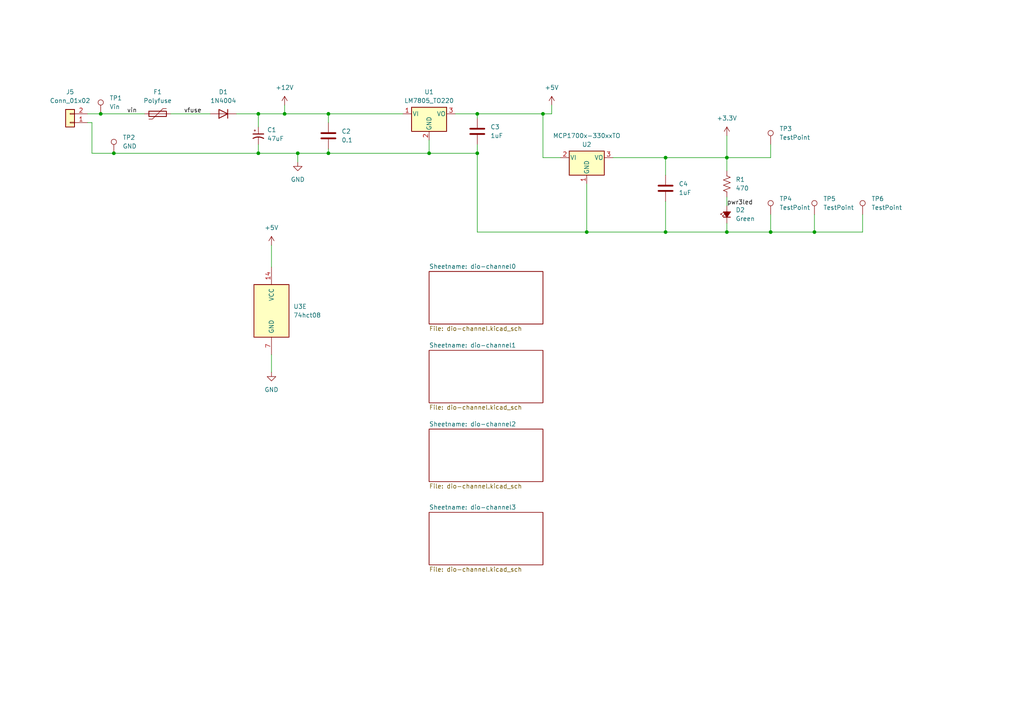
<source format=kicad_sch>
(kicad_sch (version 20230121) (generator eeschema)
  (paper "A4")
  (lib_symbols
    (symbol "74xx:74LS08" (pin_names (offset 1.016))
      (property "Reference" "U" (at 0 1.27 0))
      (property "Value" "74LS08" (at 0 -1.27 0))
      (symbol "74LS08_1_1"
        (arc (start 0 -3.81) (mid 3.7934 0) (end 0 3.81) (stroke (width 0.254)) (fill (type background)))
        (polyline (pts (xy 0 3.81) (xy -3.81 3.81) (xy -3.81 -3.81) (xy 0 -3.81)) (stroke (width 0.254)) (fill (type background)))
        (pin input line (at -7.62 2.54 0) (length 3.81) (name "~") (number "1"))
        (pin input line (at -7.62 -2.54 0) (length 3.81) (name "~") (number "2"))
        (pin output line (at 7.62 0 180) (length 3.81) (name "~") (number "3"))
      )
      (symbol "74LS08_1_2"
        (arc (start -3.81 -3.81) (mid -2.589 0) (end -3.81 3.81) (stroke (width 0.254)))
        (arc (start -0.6096 -3.81) (mid 2.1842 -2.5851) (end 3.81 0) (stroke (width 0.254)) (fill (type background)))
        (polyline (pts (xy -3.81 -3.81) (xy -0.635 -3.81)) (stroke (width 0.254)) (fill (type background)))
        (polyline (pts (xy -3.81 3.81) (xy -0.635 3.81)) (stroke (width 0.254)) (fill (type background)))
        (polyline (pts (xy -0.635 3.81) (xy -3.81 3.81) (xy -3.81 3.81) (xy -3.556 3.4036) (xy -3.0226 2.2606) (xy -2.6924 1.0414) (xy -2.6162 -0.254) (xy -2.7686 -1.4986) (xy -3.175 -2.7178) (xy -3.81 -3.81) (xy -3.81 -3.81) (xy -0.635 -3.81)) (stroke (width -25.4)) (fill (type background)))
        (arc (start 3.81 0) (mid 2.1915 2.5936) (end -0.6096 3.81) (stroke (width 0.254)) (fill (type background)))
        (pin input inverted (at -7.62 2.54 0) (length 4.318) (name "~") (number "1"))
        (pin input inverted (at -7.62 -2.54 0) (length 4.318) (name "~") (number "2"))
        (pin output inverted (at 7.62 0 180) (length 3.81) (name "~") (number "3"))
      )
      (symbol "74LS08_2_1"
        (arc (start 0 -3.81) (mid 3.7934 0) (end 0 3.81) (stroke (width 0.254)) (fill (type background)))
        (polyline (pts (xy 0 3.81) (xy -3.81 3.81) (xy -3.81 -3.81) (xy 0 -3.81)) (stroke (width 0.254)) (fill (type background)))
        (pin input line (at -7.62 2.54 0) (length 3.81) (name "~") (number "4"))
        (pin input line (at -7.62 -2.54 0) (length 3.81) (name "~") (number "5"))
        (pin output line (at 7.62 0 180) (length 3.81) (name "~") (number "6"))
      )
      (symbol "74LS08_2_2"
        (arc (start -3.81 -3.81) (mid -2.589 0) (end -3.81 3.81) (stroke (width 0.254)))
        (arc (start -0.6096 -3.81) (mid 2.1842 -2.5851) (end 3.81 0) (stroke (width 0.254)) (fill (type background)))
        (polyline (pts (xy -3.81 -3.81) (xy -0.635 -3.81)) (stroke (width 0.254)) (fill (type background)))
        (polyline (pts (xy -3.81 3.81) (xy -0.635 3.81)) (stroke (width 0.254)) (fill (type background)))
        (polyline (pts (xy -0.635 3.81) (xy -3.81 3.81) (xy -3.81 3.81) (xy -3.556 3.4036) (xy -3.0226 2.2606) (xy -2.6924 1.0414) (xy -2.6162 -0.254) (xy -2.7686 -1.4986) (xy -3.175 -2.7178) (xy -3.81 -3.81) (xy -3.81 -3.81) (xy -0.635 -3.81)) (stroke (width -25.4)) (fill (type background)))
        (arc (start 3.81 0) (mid 2.1915 2.5936) (end -0.6096 3.81) (stroke (width 0.254)) (fill (type background)))
        (pin input inverted (at -7.62 2.54 0) (length 4.318) (name "~") (number "4"))
        (pin input inverted (at -7.62 -2.54 0) (length 4.318) (name "~") (number "5"))
        (pin output inverted (at 7.62 0 180) (length 3.81) (name "~") (number "6"))
      )
      (symbol "74LS08_3_1"
        (arc (start 0 -3.81) (mid 3.7934 0) (end 0 3.81) (stroke (width 0.254)) (fill (type background)))
        (polyline (pts (xy 0 3.81) (xy -3.81 3.81) (xy -3.81 -3.81) (xy 0 -3.81)) (stroke (width 0.254)) (fill (type background)))
        (pin input line (at -7.62 -2.54 0) (length 3.81) (name "~") (number "10"))
        (pin output line (at 7.62 0 180) (length 3.81) (name "~") (number "8"))
        (pin input line (at -7.62 2.54 0) (length 3.81) (name "~") (number "9"))
      )
      (symbol "74LS08_3_2"
        (arc (start -3.81 -3.81) (mid -2.589 0) (end -3.81 3.81) (stroke (width 0.254)))
        (arc (start -0.6096 -3.81) (mid 2.1842 -2.5851) (end 3.81 0) (stroke (width 0.254)) (fill (type background)))
        (polyline (pts (xy -3.81 -3.81) (xy -0.635 -3.81)) (stroke (width 0.254)) (fill (type background)))
        (polyline (pts (xy -3.81 3.81) (xy -0.635 3.81)) (stroke (width 0.254)) (fill (type background)))
        (polyline (pts (xy -0.635 3.81) (xy -3.81 3.81) (xy -3.81 3.81) (xy -3.556 3.4036) (xy -3.0226 2.2606) (xy -2.6924 1.0414) (xy -2.6162 -0.254) (xy -2.7686 -1.4986) (xy -3.175 -2.7178) (xy -3.81 -3.81) (xy -3.81 -3.81) (xy -0.635 -3.81)) (stroke (width -25.4)) (fill (type background)))
        (arc (start 3.81 0) (mid 2.1915 2.5936) (end -0.6096 3.81) (stroke (width 0.254)) (fill (type background)))
        (pin input inverted (at -7.62 -2.54 0) (length 4.318) (name "~") (number "10"))
        (pin output inverted (at 7.62 0 180) (length 3.81) (name "~") (number "8"))
        (pin input inverted (at -7.62 2.54 0) (length 4.318) (name "~") (number "9"))
      )
      (symbol "74LS08_4_1"
        (arc (start 0 -3.81) (mid 3.7934 0) (end 0 3.81) (stroke (width 0.254)) (fill (type background)))
        (polyline (pts (xy 0 3.81) (xy -3.81 3.81) (xy -3.81 -3.81) (xy 0 -3.81)) (stroke (width 0.254)) (fill (type background)))
        (pin output line (at 7.62 0 180) (length 3.81) (name "~") (number "11"))
        (pin input line (at -7.62 2.54 0) (length 3.81) (name "~") (number "12"))
        (pin input line (at -7.62 -2.54 0) (length 3.81) (name "~") (number "13"))
      )
      (symbol "74LS08_4_2"
        (arc (start -3.81 -3.81) (mid -2.589 0) (end -3.81 3.81) (stroke (width 0.254)))
        (arc (start -0.6096 -3.81) (mid 2.1842 -2.5851) (end 3.81 0) (stroke (width 0.254)) (fill (type background)))
        (polyline (pts (xy -3.81 -3.81) (xy -0.635 -3.81)) (stroke (width 0.254)) (fill (type background)))
        (polyline (pts (xy -3.81 3.81) (xy -0.635 3.81)) (stroke (width 0.254)) (fill (type background)))
        (polyline (pts (xy -0.635 3.81) (xy -3.81 3.81) (xy -3.81 3.81) (xy -3.556 3.4036) (xy -3.0226 2.2606) (xy -2.6924 1.0414) (xy -2.6162 -0.254) (xy -2.7686 -1.4986) (xy -3.175 -2.7178) (xy -3.81 -3.81) (xy -3.81 -3.81) (xy -0.635 -3.81)) (stroke (width -25.4)) (fill (type background)))
        (arc (start 3.81 0) (mid 2.1915 2.5936) (end -0.6096 3.81) (stroke (width 0.254)) (fill (type background)))
        (pin output inverted (at 7.62 0 180) (length 3.81) (name "~") (number "11"))
        (pin input inverted (at -7.62 2.54 0) (length 4.318) (name "~") (number "12"))
        (pin input inverted (at -7.62 -2.54 0) (length 4.318) (name "~") (number "13"))
      )
      (symbol "74LS08_5_0"
        (pin power_in line (at 0 12.7 270) (length 5.08) (name "VCC") (number "14"))
        (pin power_in line (at 0 -12.7 90) (length 5.08) (name "GND") (number "7"))
      )
      (symbol "74LS08_5_1"
        (rectangle (start -5.08 7.62) (end 5.08 -7.62) (stroke (width 0.254)) (fill (type background)))
      )
    )
    (symbol "Connector:TestPoint" (pin_numbers hide) (pin_names (offset 0.762) hide)
      (property "Reference" "TP" (at 0 6.858 0))
      (property "Value" "TestPoint" (at 0 5.08 0))
      (symbol "TestPoint_0_1"
        (circle (center 0 3.302) (radius 0.762))
      )
      (symbol "TestPoint_1_1"
        (pin passive line (at 0 0 90) (length 2.54) (name "1") (number "1"))
      )
    )
    (symbol "Connector_Generic:Conn_01x02" (pin_names (offset 1.016) hide)
      (property "Reference" "J" (at 0 2.54 0))
      (property "Value" "Conn_01x02" (at 0 -5.08 0))
      (symbol "Conn_01x02_1_1"
        (rectangle (start -1.27 -2.413) (end 0 -2.667) (stroke (width 0.1524)))
        (rectangle (start -1.27 0.127) (end 0 -0.127) (stroke (width 0.1524)))
        (rectangle (start -1.27 1.27) (end 1.27 -3.81) (stroke (width 0.254)) (fill (type background)))
        (pin passive line (at -5.08 0 0) (length 3.81) (name "Pin_1") (number "1"))
        (pin passive line (at -5.08 -2.54 0) (length 3.81) (name "Pin_2") (number "2"))
      )
    )
    (symbol "Device:C" (pin_numbers hide) (pin_names (offset 0.254))
      (property "Reference" "C" (at 0.635 2.54 0))
      (property "Value" "C" (at 0.635 -2.54 0))
      (symbol "C_0_1"
        (polyline (pts (xy -2.032 -0.762) (xy 2.032 -0.762)) (stroke (width 0.508)))
        (polyline (pts (xy -2.032 0.762) (xy 2.032 0.762)) (stroke (width 0.508)))
      )
      (symbol "C_1_1"
        (pin passive line (at 0 3.81 270) (length 2.794) (name "~") (number "1"))
        (pin passive line (at 0 -3.81 90) (length 2.794) (name "~") (number "2"))
      )
    )
    (symbol "Device:C_Polarized_Small_US" (pin_numbers hide) (pin_names (offset 0.254) hide)
      (property "Reference" "C" (at 0.254 1.778 0))
      (property "Value" "C_Polarized_Small_US" (at 0.254 -2.032 0))
      (symbol "C_Polarized_Small_US_0_1"
        (polyline (pts (xy -1.524 0.508) (xy 1.524 0.508)) (stroke (width 0.3048)))
        (polyline (pts (xy -1.27 1.524) (xy -0.762 1.524)))
        (polyline (pts (xy -1.016 1.27) (xy -1.016 1.778)))
        (arc (start 1.524 -0.762) (mid 0 -0.3734) (end -1.524 -0.762) (stroke (width 0.3048)))
      )
      (symbol "C_Polarized_Small_US_1_1"
        (pin passive line (at 0 2.54 270) (length 2.032) (name "~") (number "1"))
        (pin passive line (at 0 -2.54 90) (length 2.032) (name "~") (number "2"))
      )
    )
    (symbol "Device:LED_Small_Filled" (pin_numbers hide) (pin_names (offset 0.254) hide)
      (property "Reference" "D" (at -1.27 3.175 0))
      (property "Value" "LED_Small_Filled" (at -4.445 -2.54 0))
      (symbol "LED_Small_Filled_0_1"
        (polyline (pts (xy -0.762 -1.016) (xy -0.762 1.016)) (stroke (width 0.254)))
        (polyline (pts (xy 1.016 0) (xy -0.762 0)))
        (polyline (pts (xy 0.762 -1.016) (xy -0.762 0) (xy 0.762 1.016) (xy 0.762 -1.016)) (stroke (width 0.254)) (fill (type outline)))
        (polyline (pts (xy 0 0.762) (xy -0.508 1.27) (xy -0.254 1.27) (xy -0.508 1.27) (xy -0.508 1.016)))
        (polyline (pts (xy 0.508 1.27) (xy 0 1.778) (xy 0.254 1.778) (xy 0 1.778) (xy 0 1.524)))
      )
      (symbol "LED_Small_Filled_1_1"
        (pin passive line (at -2.54 0 0) (length 1.778) (name "K") (number "1"))
        (pin passive line (at 2.54 0 180) (length 1.778) (name "A") (number "2"))
      )
    )
    (symbol "Device:Polyfuse" (pin_numbers hide) (pin_names (offset 0))
      (property "Reference" "F" (at -2.54 0 90))
      (property "Value" "Polyfuse" (at 2.54 0 90))
      (symbol "Polyfuse_0_1"
        (rectangle (start -0.762 2.54) (end 0.762 -2.54) (stroke (width 0.254)))
        (polyline (pts (xy 0 2.54) (xy 0 -2.54)))
        (polyline (pts (xy -1.524 2.54) (xy -1.524 1.524) (xy 1.524 -1.524) (xy 1.524 -2.54)))
      )
      (symbol "Polyfuse_1_1"
        (pin passive line (at 0 3.81 270) (length 1.27) (name "~") (number "1"))
        (pin passive line (at 0 -3.81 90) (length 1.27) (name "~") (number "2"))
      )
    )
    (symbol "Device:R_US" (pin_numbers hide) (pin_names (offset 0))
      (property "Reference" "R" (at 2.54 0 90))
      (property "Value" "R_US" (at -2.54 0 90))
      (symbol "R_US_0_1"
        (polyline (pts (xy 0 -2.286) (xy 0 -2.54)))
        (polyline (pts (xy 0 2.286) (xy 0 2.54)))
        (polyline (pts (xy 0 -0.762) (xy 1.016 -1.143) (xy 0 -1.524) (xy -1.016 -1.905) (xy 0 -2.286)))
        (polyline (pts (xy 0 0.762) (xy 1.016 0.381) (xy 0 0) (xy -1.016 -0.381) (xy 0 -0.762)))
        (polyline (pts (xy 0 2.286) (xy 1.016 1.905) (xy 0 1.524) (xy -1.016 1.143) (xy 0 0.762)))
      )
      (symbol "R_US_1_1"
        (pin passive line (at 0 3.81 270) (length 1.27) (name "~") (number "1"))
        (pin passive line (at 0 -3.81 90) (length 1.27) (name "~") (number "2"))
      )
    )
    (symbol "Diode:1N4004" (pin_numbers hide) (pin_names hide)
      (property "Reference" "D" (at 0 2.54 0))
      (property "Value" "1N4004" (at 0 -2.54 0))
      (symbol "1N4004_0_1"
        (polyline (pts (xy -1.27 1.27) (xy -1.27 -1.27)) (stroke (width 0.254)))
        (polyline (pts (xy 1.27 0) (xy -1.27 0)))
        (polyline (pts (xy 1.27 1.27) (xy 1.27 -1.27) (xy -1.27 0) (xy 1.27 1.27)) (stroke (width 0.254)))
      )
      (symbol "1N4004_1_1"
        (pin passive line (at -3.81 0 0) (length 2.54) (name "K") (number "1"))
        (pin passive line (at 3.81 0 180) (length 2.54) (name "A") (number "2"))
      )
    )
    (symbol "Regulator_Linear:LM7805_TO220" (pin_names (offset 0.254))
      (property "Reference" "U" (at -3.81 3.175 0))
      (property "Value" "LM7805_TO220" (at 0 3.175 0))
      (symbol "LM7805_TO220_0_1"
        (rectangle (start -5.08 1.905) (end 5.08 -5.08) (stroke (width 0.254)) (fill (type background)))
      )
      (symbol "LM7805_TO220_1_1"
        (pin power_in line (at -7.62 0 0) (length 2.54) (name "VI") (number "1"))
        (pin power_in line (at 0 -7.62 90) (length 2.54) (name "GND") (number "2"))
        (pin power_out line (at 7.62 0 180) (length 2.54) (name "VO") (number "3"))
      )
    )
    (symbol "Regulator_Linear:MCP1700x-330xxTO" (pin_names (offset 0.254))
      (property "Reference" "U" (at -3.81 -3.175 0))
      (property "Value" "MCP1700x-330xxTO" (at 0 -3.175 0))
      (symbol "MCP1700x-330xxTO_0_1"
        (rectangle (start -5.08 5.08) (end 5.08 -1.905) (stroke (width 0.254)) (fill (type background)))
      )
      (symbol "MCP1700x-330xxTO_1_1"
        (pin power_in line (at 0 7.62 270) (length 2.54) (name "GND") (number "1"))
        (pin power_in line (at -7.62 0 0) (length 2.54) (name "VI") (number "2"))
        (pin power_out line (at 7.62 0 180) (length 2.54) (name "VO") (number "3"))
      )
    )
    (symbol "power:+12V" (power) (pin_names (offset 0))
      (property "Value" "+12V" (at 0 3.556 0))
      (symbol "+12V_0_1"
        (polyline (pts (xy -0.762 1.27) (xy 0 2.54)))
        (polyline (pts (xy 0 0) (xy 0 2.54)))
        (polyline (pts (xy 0 2.54) (xy 0.762 1.27)))
      )
      (symbol "+12V_1_1"
        (pin power_in line (at 0 0 90) (length 0) hide (name "+12V") (number "1"))
      )
    )
    (symbol "power:+3.3V" (power) (pin_names (offset 0))
      (property "Value" "+3.3V" (at 0 3.556 0))
      (symbol "+3.3V_0_1"
        (polyline (pts (xy -0.762 1.27) (xy 0 2.54)))
        (polyline (pts (xy 0 0) (xy 0 2.54)))
        (polyline (pts (xy 0 2.54) (xy 0.762 1.27)))
      )
      (symbol "+3.3V_1_1"
        (pin power_in line (at 0 0 90) (length 0) hide (name "+3.3V") (number "1"))
      )
    )
    (symbol "power:+5V" (power) (pin_names (offset 0))
      (property "Value" "+5V" (at 0 3.556 0))
      (symbol "+5V_0_1"
        (polyline (pts (xy -0.762 1.27) (xy 0 2.54)))
        (polyline (pts (xy 0 0) (xy 0 2.54)))
        (polyline (pts (xy 0 2.54) (xy 0.762 1.27)))
      )
      (symbol "+5V_1_1"
        (pin power_in line (at 0 0 90) (length 0) hide (name "+5V") (number "1"))
      )
    )
    (symbol "power:GND" (power) (pin_names (offset 0))
      (property "Value" "GND" (at 0 -3.81 0))
      (symbol "GND_0_1"
        (polyline (pts (xy 0 0) (xy 0 -1.27) (xy 1.27 -1.27) (xy 0 -2.54) (xy -1.27 -1.27) (xy 0 -1.27)))
      )
      (symbol "GND_1_1"
        (pin power_in line (at 0 0 270) (length 0) hide (name "GND") (number "1"))
      )
    )
  )
  (junction (at 138.43 44.45))
  (junction (at 210.82 67.31))
  (junction (at 124.46 44.45))
  (junction (at 223.52 67.31))
  (junction (at 138.43 33.02))
  (junction (at 157.48 33.02))
  (junction (at 74.93 44.45))
  (junction (at 95.25 33.02))
  (junction (at 236.22 67.31))
  (junction (at 86.36 44.45))
  (junction (at 193.04 45.72))
  (junction (at 33.02 44.45))
  (junction (at 95.25 44.45))
  (junction (at 170.18 67.31))
  (junction (at 82.55 33.02))
  (junction (at 29.21 33.02))
  (junction (at 210.82 45.72))
  (junction (at 193.04 67.31))
  (junction (at 74.93 33.02))
  (wire (pts (xy 223.52 67.31) (xy 236.22 67.31)))
  (wire (pts (xy 74.93 44.45) (xy 86.36 44.45)))
  (wire (pts (xy 138.43 41.91) (xy 138.43 44.45)))
  (wire (pts (xy 25.4 35.56) (xy 26.67 35.56)))
  (wire (pts (xy 95.25 33.02) (xy 95.25 35.56)))
  (wire (pts (xy 170.18 67.31) (xy 170.18 53.34)))
  (wire (pts (xy 132.08 33.02) (xy 138.43 33.02)))
  (wire (pts (xy 210.82 67.31) (xy 210.82 64.77)))
  (wire (pts (xy 86.36 44.45) (xy 95.25 44.45)))
  (wire (pts (xy 95.25 33.02) (xy 116.84 33.02)))
  (wire (pts (xy 95.25 44.45) (xy 124.46 44.45)))
  (wire (pts (xy 193.04 58.42) (xy 193.04 67.31)))
  (wire (pts (xy 82.55 30.48) (xy 82.55 33.02)))
  (wire (pts (xy 223.52 67.31) (xy 223.52 62.23)))
  (wire (pts (xy 138.43 44.45) (xy 138.43 67.31)))
  (wire (pts (xy 25.4 33.02) (xy 29.21 33.02)))
  (wire (pts (xy 78.74 102.87) (xy 78.74 107.95)))
  (wire (pts (xy 157.48 33.02) (xy 160.02 33.02)))
  (wire (pts (xy 124.46 44.45) (xy 124.46 40.64)))
  (wire (pts (xy 74.93 33.02) (xy 74.93 36.83)))
  (wire (pts (xy 26.67 35.56) (xy 26.67 44.45)))
  (wire (pts (xy 68.58 33.02) (xy 74.93 33.02)))
  (wire (pts (xy 29.21 33.02) (xy 41.91 33.02)))
  (wire (pts (xy 223.52 45.72) (xy 223.52 41.91)))
  (wire (pts (xy 177.8 45.72) (xy 193.04 45.72)))
  (wire (pts (xy 49.53 33.02) (xy 60.96 33.02)))
  (wire (pts (xy 74.93 33.02) (xy 82.55 33.02)))
  (wire (pts (xy 157.48 33.02) (xy 157.48 45.72)))
  (wire (pts (xy 138.43 33.02) (xy 157.48 33.02)))
  (wire (pts (xy 250.19 67.31) (xy 250.19 62.23)))
  (wire (pts (xy 86.36 44.45) (xy 86.36 46.99)))
  (wire (pts (xy 210.82 45.72) (xy 210.82 49.53)))
  (wire (pts (xy 138.43 33.02) (xy 138.43 34.29)))
  (wire (pts (xy 170.18 67.31) (xy 193.04 67.31)))
  (wire (pts (xy 82.55 33.02) (xy 95.25 33.02)))
  (wire (pts (xy 193.04 67.31) (xy 210.82 67.31)))
  (wire (pts (xy 210.82 45.72) (xy 223.52 45.72)))
  (wire (pts (xy 74.93 41.91) (xy 74.93 44.45)))
  (wire (pts (xy 160.02 33.02) (xy 160.02 30.48)))
  (wire (pts (xy 33.02 44.45) (xy 74.93 44.45)))
  (wire (pts (xy 124.46 44.45) (xy 138.43 44.45)))
  (wire (pts (xy 210.82 67.31) (xy 223.52 67.31)))
  (wire (pts (xy 193.04 50.8) (xy 193.04 45.72)))
  (wire (pts (xy 138.43 67.31) (xy 170.18 67.31)))
  (wire (pts (xy 236.22 67.31) (xy 236.22 62.23)))
  (wire (pts (xy 95.25 43.18) (xy 95.25 44.45)))
  (wire (pts (xy 162.56 45.72) (xy 157.48 45.72)))
  (wire (pts (xy 210.82 57.15) (xy 210.82 59.69)))
  (wire (pts (xy 210.82 39.37) (xy 210.82 45.72)))
  (wire (pts (xy 26.67 44.45) (xy 33.02 44.45)))
  (wire (pts (xy 193.04 45.72) (xy 210.82 45.72)))
  (wire (pts (xy 78.74 71.12) (xy 78.74 77.47)))
  (wire (pts (xy 236.22 67.31) (xy 250.19 67.31)))
  (label "pwr3led" (at 210.82 59.69 0))
  (label "vin" (at 36.83 33.02 0))
  (label "vfuse" (at 53.34 33.02 0))
  (symbol (lib_id "Connector:TestPoint") (at 250.19 62.23 0) (unit 1)
    (property "Reference" "TP6" (at 252.73 57.658 0) (effects (justify left)))
    (property "Value" "TestPoint" (at 252.73 60.198 0) (effects (justify left)))
    (property "Footprint" "Connector_PinHeader_2.54mm:PinHeader_1x01_P2.54mm_Vertical" (effects hide))
  )
  (symbol (lib_id "Regulator_Linear:MCP1700x-330xxTO") (at 170.18 45.72 0) (mirror x) (unit 1)
    (property "Reference" "U2" (at 170.18 41.91 0))
    (property "Value" "MCP1700x-330xxTO" (at 170.18 39.37 0))
    (property "Footprint" "Package_TO_SOT_THT:TO-92_Inline" (effects hide))
    (property "Datasheet" "http://ww1.microchip.com/downloads/en/DeviceDoc/20001826D.pdf" (effects hide))
  )
  (symbol (lib_id "Device:Polyfuse") (at 45.72 33.02 90) (unit 1)
    (property "Reference" "F1" (at 45.72 26.67 90))
    (property "Value" "Polyfuse" (at 45.72 29.21 90))
    (property "Footprint" "Capacitor_THT:C_Disc_D11.0mm_W5.0mm_P5.00mm" (effects hide))
  )
  (symbol (lib_id "Connector_Generic:Conn_01x02") (at 20.32 35.56 180) (unit 1)
    (property "Reference" "J5" (at 20.32 26.67 0))
    (property "Value" "Conn_01x02" (at 20.32 29.21 0))
    (property "Footprint" "Connector_PinHeader_2.54mm:PinHeader_1x02_P2.54mm_Vertical" (effects hide))
  )
  (symbol (lib_id "Connector:TestPoint") (at 223.52 41.91 0) (unit 1)
    (property "Reference" "TP3" (at 226.06 37.338 0) (effects (justify left)))
    (property "Value" "TestPoint" (at 226.06 39.878 0) (effects (justify left)))
    (property "Footprint" "Connector_PinHeader_2.54mm:PinHeader_1x01_P2.54mm_Vertical" (effects hide))
  )
  (symbol (lib_id "power:+3.3V") (at 210.82 39.37 0) (unit 1)
    (property "Reference" "#PWR03" (effects hide))
    (property "Value" "+3.3V" (at 210.82 34.29 0))
  )
  (symbol (lib_id "Device:C") (at 95.25 39.37 0) (unit 1)
    (property "Reference" "C2" (at 99.06 38.1 0) (effects (justify left)))
    (property "Value" "0.1" (at 99.06 40.64 0) (effects (justify left)))
    (property "Footprint" "Capacitor_THT:C_Rect_L4.0mm_W2.5mm_P2.50mm" (effects hide))
  )
  (symbol (lib_id "Connector:TestPoint") (at 236.22 62.23 0) (unit 1)
    (property "Reference" "TP5" (at 238.76 57.658 0) (effects (justify left)))
    (property "Value" "TestPoint" (at 238.76 60.198 0) (effects (justify left)))
    (property "Footprint" "Connector_PinHeader_2.54mm:PinHeader_1x01_P2.54mm_Vertical" (effects hide))
  )
  (symbol (lib_id "power:GND") (at 86.36 46.99 0) (unit 1)
    (property "Reference" "#PWR01" (effects hide))
    (property "Value" "GND" (at 86.36 52.07 0))
  )
  (symbol (lib_id "Connector:TestPoint") (at 29.21 33.02 0) (unit 1)
    (property "Reference" "TP1" (at 31.75 28.448 0) (effects (justify left)))
    (property "Value" "Vin" (at 31.75 30.988 0) (effects (justify left)))
    (property "Footprint" "MountingHole:MountingHole_3mm_Pad_Via" (effects hide))
  )
  (symbol (lib_id "74xx:74LS08") (at 78.74 90.17 0) (unit 5)
    (property "Reference" "U3" (at 85.09 88.9 0) (effects (justify left)))
    (property "Value" "74hct08" (at 85.09 91.44 0) (effects (justify left)))
    (property "Footprint" "Package_DIP:DIP-14_W7.62mm_Socket" (effects hide))
  )
  (symbol (lib_id "Connector:TestPoint") (at 33.02 44.45 0) (unit 1)
    (property "Reference" "TP2" (at 35.56 39.878 0) (effects (justify left)))
    (property "Value" "GND" (at 35.56 42.418 0) (effects (justify left)))
    (property "Footprint" "MountingHole:MountingHole_3mm_Pad_Via" (effects hide))
  )
  (symbol (lib_id "Device:R_US") (at 210.82 53.34 0) (unit 1)
    (property "Reference" "R1" (at 213.36 52.07 0) (effects (justify left)))
    (property "Value" "470" (at 213.36 54.61 0) (effects (justify left)))
    (property "Footprint" "Resistor_THT:R_Axial_DIN0207_L6.3mm_D2.5mm_P10.16mm_Horizontal" (effects hide))
  )
  (symbol (lib_id "Device:LED_Small_Filled") (at 210.82 62.23 90) (unit 1)
    (property "Reference" "D2" (at 213.36 60.8965 90) (effects (justify right)))
    (property "Value" "Green" (at 213.36 63.4365 90) (effects (justify right)))
    (property "Footprint" "LED_THT:LED_D5.0mm" (effects hide))
  )
  (symbol (lib_id "power:+5V") (at 78.74 71.12 0) (unit 1)
    (property "Reference" "#PWR038" (effects hide))
    (property "Value" "+5V" (at 78.74 66.04 0))
  )
  (symbol (lib_id "Device:C") (at 193.04 54.61 0) (unit 1)
    (property "Reference" "C4" (at 196.85 53.34 0) (effects (justify left)))
    (property "Value" "1uF" (at 196.85 55.88 0) (effects (justify left)))
    (property "Footprint" "Capacitor_THT:C_Rect_L7.0mm_W4.5mm_P5.00mm" (effects hide))
  )
  (symbol (lib_id "power:GND") (at 78.74 107.95 0) (unit 1)
    (property "Reference" "#PWR037" (effects hide))
    (property "Value" "GND" (at 78.74 113.03 0))
  )
  (symbol (lib_id "power:+12V") (at 82.55 30.48 0) (unit 1)
    (property "Reference" "#PWR036" (effects hide))
    (property "Value" "+12V" (at 82.55 25.4 0))
  )
  (symbol (lib_id "Diode:1N4004") (at 64.77 33.02 180) (unit 1)
    (property "Reference" "D1" (at 64.77 26.67 0))
    (property "Value" "1N4004" (at 64.77 29.21 0))
    (property "Footprint" "Diode_THT:D_DO-41_SOD81_P10.16mm_Horizontal" (effects hide))
    (property "Datasheet" "http://www.vishay.com/docs/88503/1n4001.pdf" (effects hide))
    (property "Sim.Device" "D" (effects hide))
    (property "Sim.Pins" "1=K 2=A" (effects hide))
  )
  (symbol (lib_id "Device:C_Polarized_Small_US") (at 74.93 39.37 0) (unit 1)
    (property "Reference" "C1" (at 77.47 37.6682 0) (effects (justify left)))
    (property "Value" "47uF" (at 77.47 40.2082 0) (effects (justify left)))
    (property "Footprint" "Capacitor_THT:CP_Radial_D6.3mm_P2.50mm" (effects hide))
  )
  (symbol (lib_id "Regulator_Linear:LM7805_TO220") (at 124.46 33.02 0) (unit 1)
    (property "Reference" "U1" (at 124.46 26.67 0))
    (property "Value" "LM7805_TO220" (at 124.46 29.21 0))
    (property "Footprint" "Package_TO_SOT_THT:TO-220-3_Horizontal_TabDown" (effects hide))
    (property "Datasheet" "https://www.onsemi.cn/PowerSolutions/document/MC7800-D.PDF" (effects hide))
  )
  (symbol (lib_id "Connector:TestPoint") (at 223.52 62.23 0) (unit 1)
    (property "Reference" "TP4" (at 226.06 57.658 0) (effects (justify left)))
    (property "Value" "TestPoint" (at 226.06 60.198 0) (effects (justify left)))
    (property "Footprint" "Connector_PinHeader_2.54mm:PinHeader_1x01_P2.54mm_Vertical" (effects hide))
  )
  (symbol (lib_id "Device:C") (at 138.43 38.1 0) (unit 1)
    (property "Reference" "C3" (at 142.24 36.83 0) (effects (justify left)))
    (property "Value" "1uF" (at 142.24 39.37 0) (effects (justify left)))
    (property "Footprint" "Capacitor_THT:C_Rect_L7.0mm_W4.5mm_P5.00mm" (effects hide))
  )
  (symbol (lib_id "power:+5V") (at 160.02 30.48 0) (unit 1)
    (property "Reference" "#PWR02" (effects hide))
    (property "Value" "+5V" (at 160.02 25.4 0))
  )
  (sheet (at 124.46 148.59) (size 33.02 15.24) (stroke (width 0.1524))
    (property "Sheetname" "dio-channel3" (at 124.46 147.8784 0) (show_name) (effects (justify left bottom)))
    (property "Sheetfile" "dio-channel.kicad_sch" (at 124.46 164.4146 0) (effects (justify left top)))
  )
  (sheet (at 124.46 124.46) (size 33.02 15.24) (stroke (width 0.1524))
    (property "Sheetname" "dio-channel2" (at 124.46 123.7484 0) (show_name) (effects (justify left bottom)))
    (property "Sheetfile" "dio-channel.kicad_sch" (at 124.46 140.2846 0) (effects (justify left top)))
  )
  (sheet (at 124.46 101.6) (size 33.02 15.24) (stroke (width 0.1524))
    (property "Sheetname" "dio-channel1" (at 124.46 100.8884 0) (show_name) (effects (justify left bottom)))
    (property "Sheetfile" "dio-channel.kicad_sch" (at 124.46 117.4246 0) (effects (justify left top)))
  )
  (sheet (at 124.46 78.74) (size 33.02 15.24) (stroke (width 0.1524))
    (property "Sheetname" "dio-channel0" (at 124.46 78.0284 0) (show_name) (effects (justify left bottom)))
    (property "Sheetfile" "dio-channel.kicad_sch" (at 124.46 94.5646 0) (effects (justify left top)))
  )
)
</source>
